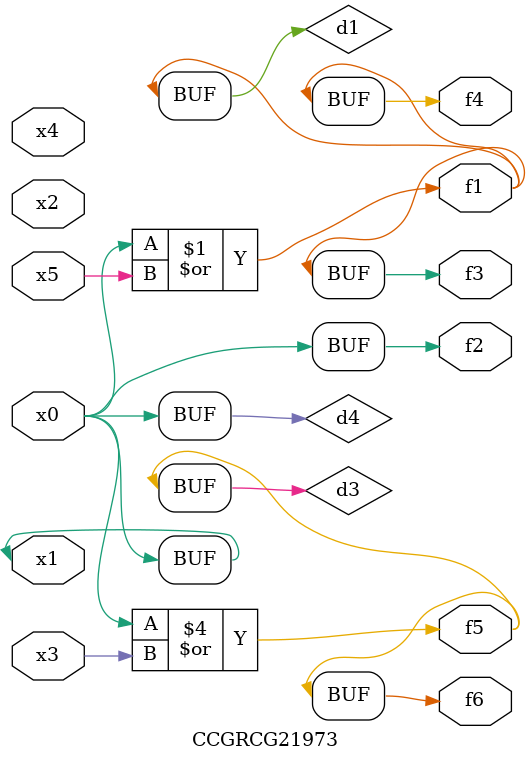
<source format=v>
module CCGRCG21973(
	input x0, x1, x2, x3, x4, x5,
	output f1, f2, f3, f4, f5, f6
);

	wire d1, d2, d3, d4;

	or (d1, x0, x5);
	xnor (d2, x1, x4);
	or (d3, x0, x3);
	buf (d4, x0, x1);
	assign f1 = d1;
	assign f2 = d4;
	assign f3 = d1;
	assign f4 = d1;
	assign f5 = d3;
	assign f6 = d3;
endmodule

</source>
